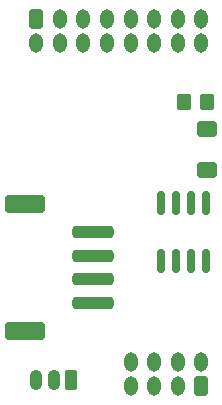
<source format=gbr>
%TF.GenerationSoftware,KiCad,Pcbnew,7.0.6*%
%TF.CreationDate,2023-08-01T20:56:41-04:00*%
%TF.ProjectId,mcumod-am8,6d63756d-6f64-42d6-916d-382e6b696361,rev?*%
%TF.SameCoordinates,Original*%
%TF.FileFunction,Soldermask,Bot*%
%TF.FilePolarity,Negative*%
%FSLAX46Y46*%
G04 Gerber Fmt 4.6, Leading zero omitted, Abs format (unit mm)*
G04 Created by KiCad (PCBNEW 7.0.6) date 2023-08-01 20:56:41*
%MOMM*%
%LPD*%
G01*
G04 APERTURE LIST*
G04 Aperture macros list*
%AMRoundRect*
0 Rectangle with rounded corners*
0 $1 Rounding radius*
0 $2 $3 $4 $5 $6 $7 $8 $9 X,Y pos of 4 corners*
0 Add a 4 corners polygon primitive as box body*
4,1,4,$2,$3,$4,$5,$6,$7,$8,$9,$2,$3,0*
0 Add four circle primitives for the rounded corners*
1,1,$1+$1,$2,$3*
1,1,$1+$1,$4,$5*
1,1,$1+$1,$6,$7*
1,1,$1+$1,$8,$9*
0 Add four rect primitives between the rounded corners*
20,1,$1+$1,$2,$3,$4,$5,0*
20,1,$1+$1,$4,$5,$6,$7,0*
20,1,$1+$1,$6,$7,$8,$9,0*
20,1,$1+$1,$8,$9,$2,$3,0*%
G04 Aperture macros list end*
%ADD10RoundRect,0.150000X-0.150000X0.825000X-0.150000X-0.825000X0.150000X-0.825000X0.150000X0.825000X0*%
%ADD11RoundRect,0.250000X0.350000X0.450000X-0.350000X0.450000X-0.350000X-0.450000X0.350000X-0.450000X0*%
%ADD12RoundRect,0.250000X1.500000X-0.250000X1.500000X0.250000X-1.500000X0.250000X-1.500000X-0.250000X0*%
%ADD13RoundRect,0.250001X1.449999X-0.499999X1.449999X0.499999X-1.449999X0.499999X-1.449999X-0.499999X0*%
%ADD14RoundRect,0.250000X0.265000X0.615000X-0.265000X0.615000X-0.265000X-0.615000X0.265000X-0.615000X0*%
%ADD15O,1.030000X1.730000*%
%ADD16RoundRect,0.250000X-0.350000X-0.575000X0.350000X-0.575000X0.350000X0.575000X-0.350000X0.575000X0*%
%ADD17O,1.200000X1.650000*%
%ADD18RoundRect,0.250000X0.350000X0.575000X-0.350000X0.575000X-0.350000X-0.575000X0.350000X-0.575000X0*%
%ADD19RoundRect,0.250000X0.600000X-0.400000X0.600000X0.400000X-0.600000X0.400000X-0.600000X-0.400000X0*%
G04 APERTURE END LIST*
D10*
%TO.C,U3*%
X113595000Y-117525000D03*
X114865000Y-117525000D03*
X116135000Y-117525000D03*
X117405000Y-117525000D03*
X117405000Y-122475000D03*
X116135000Y-122475000D03*
X114865000Y-122475000D03*
X113595000Y-122475000D03*
%TD*%
D11*
%TO.C,R1*%
X117500000Y-109000000D03*
X115500000Y-109000000D03*
%TD*%
D12*
%TO.C,J3*%
X107850000Y-126000000D03*
X107850000Y-124000000D03*
X107850000Y-122000000D03*
X107850000Y-120000000D03*
D13*
X102100000Y-117650000D03*
X102100000Y-128350000D03*
%TD*%
D14*
%TO.C,J2*%
X106000000Y-132500000D03*
D15*
X104500000Y-132500000D03*
X103000000Y-132500000D03*
%TD*%
D16*
%TO.C,J1*%
X103000000Y-102000000D03*
D17*
X103000000Y-104000000D03*
X105000000Y-102000000D03*
X105000000Y-104000000D03*
X107000000Y-102000000D03*
X107000000Y-104000000D03*
X109000000Y-102000000D03*
X109000000Y-104000000D03*
X111000000Y-102000000D03*
X111000000Y-104000000D03*
X113000000Y-102000000D03*
X113000000Y-104000000D03*
X115000000Y-102000000D03*
X115000000Y-104000000D03*
X117000000Y-102000000D03*
X117000000Y-104000000D03*
D18*
X117000000Y-133000000D03*
D17*
X117000000Y-131000000D03*
X115000000Y-133000000D03*
X115000000Y-131000000D03*
X113000000Y-133000000D03*
X113000000Y-131000000D03*
X111000000Y-133000000D03*
X111000000Y-131000000D03*
%TD*%
D19*
%TO.C,D1*%
X117500000Y-114750000D03*
X117500000Y-111250000D03*
%TD*%
M02*

</source>
